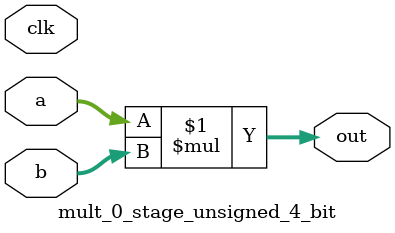
<source format=sv>
(* use_dsp = "yes" *) module mult_0_stage_unsigned_4_bit(
	input  [3:0] a,
	input  [3:0] b,
	output [3:0] out,
	input clk);

	assign out = a * b;
endmodule

</source>
